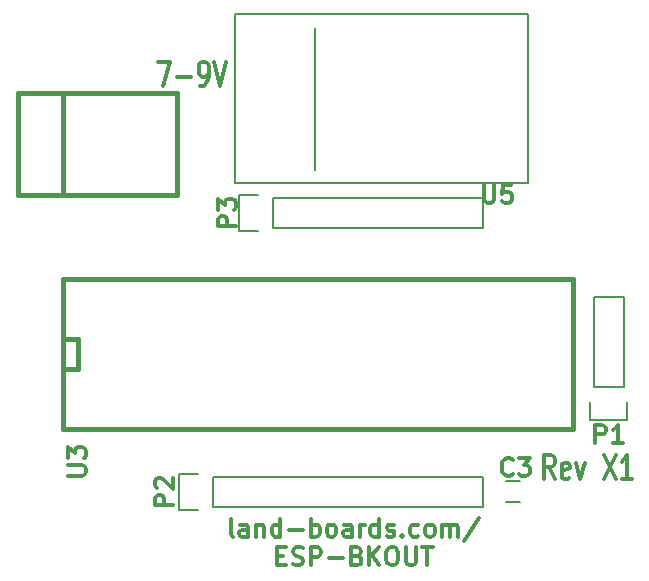
<source format=gto>
G04 #@! TF.FileFunction,Legend,Top*
%FSLAX46Y46*%
G04 Gerber Fmt 4.6, Leading zero omitted, Abs format (unit mm)*
G04 Created by KiCad (PCBNEW (after 2015-mar-04 BZR unknown)-product) date 7/19/2015 3:27:23 PM*
%MOMM*%
G01*
G04 APERTURE LIST*
%ADD10C,0.150000*%
%ADD11C,0.304800*%
%ADD12C,0.381000*%
G04 APERTURE END LIST*
D10*
D11*
X18251714Y-15397238D02*
X19267714Y-15397238D01*
X18614571Y-17429238D01*
X19848286Y-16655143D02*
X21009429Y-16655143D01*
X21807715Y-17429238D02*
X22098000Y-17429238D01*
X22243143Y-17332476D01*
X22315715Y-17235714D01*
X22460857Y-16945429D01*
X22533429Y-16558381D01*
X22533429Y-15784286D01*
X22460857Y-15590762D01*
X22388286Y-15494000D01*
X22243143Y-15397238D01*
X21952857Y-15397238D01*
X21807715Y-15494000D01*
X21735143Y-15590762D01*
X21662572Y-15784286D01*
X21662572Y-16268095D01*
X21735143Y-16461619D01*
X21807715Y-16558381D01*
X21952857Y-16655143D01*
X22243143Y-16655143D01*
X22388286Y-16558381D01*
X22460857Y-16461619D01*
X22533429Y-16268095D01*
X22968858Y-15397238D02*
X23476858Y-17429238D01*
X23984858Y-15397238D01*
X51815999Y-50703238D02*
X51307999Y-49735619D01*
X50945142Y-50703238D02*
X50945142Y-48671238D01*
X51525714Y-48671238D01*
X51670856Y-48768000D01*
X51743428Y-48864762D01*
X51815999Y-49058286D01*
X51815999Y-49348571D01*
X51743428Y-49542095D01*
X51670856Y-49638857D01*
X51525714Y-49735619D01*
X50945142Y-49735619D01*
X53049714Y-50606476D02*
X52904571Y-50703238D01*
X52614285Y-50703238D01*
X52469142Y-50606476D01*
X52396571Y-50412952D01*
X52396571Y-49638857D01*
X52469142Y-49445333D01*
X52614285Y-49348571D01*
X52904571Y-49348571D01*
X53049714Y-49445333D01*
X53122285Y-49638857D01*
X53122285Y-49832381D01*
X52396571Y-50025905D01*
X53630285Y-49348571D02*
X53993142Y-50703238D01*
X54356000Y-49348571D01*
X55952571Y-48671238D02*
X56968571Y-50703238D01*
X56968571Y-48671238D02*
X55952571Y-50703238D01*
X58347429Y-50703238D02*
X57476572Y-50703238D01*
X57912000Y-50703238D02*
X57912000Y-48671238D01*
X57766857Y-48961524D01*
X57621715Y-49155048D01*
X57476572Y-49251810D01*
X24601715Y-55604229D02*
X24456573Y-55531657D01*
X24384001Y-55386514D01*
X24384001Y-54080229D01*
X25835430Y-55604229D02*
X25835430Y-54805943D01*
X25762859Y-54660800D01*
X25617716Y-54588229D01*
X25327430Y-54588229D01*
X25182287Y-54660800D01*
X25835430Y-55531657D02*
X25690287Y-55604229D01*
X25327430Y-55604229D01*
X25182287Y-55531657D01*
X25109716Y-55386514D01*
X25109716Y-55241371D01*
X25182287Y-55096229D01*
X25327430Y-55023657D01*
X25690287Y-55023657D01*
X25835430Y-54951086D01*
X26561144Y-54588229D02*
X26561144Y-55604229D01*
X26561144Y-54733371D02*
X26633716Y-54660800D01*
X26778858Y-54588229D01*
X26996573Y-54588229D01*
X27141716Y-54660800D01*
X27214287Y-54805943D01*
X27214287Y-55604229D01*
X28593144Y-55604229D02*
X28593144Y-54080229D01*
X28593144Y-55531657D02*
X28448001Y-55604229D01*
X28157715Y-55604229D01*
X28012573Y-55531657D01*
X27940001Y-55459086D01*
X27867430Y-55313943D01*
X27867430Y-54878514D01*
X27940001Y-54733371D01*
X28012573Y-54660800D01*
X28157715Y-54588229D01*
X28448001Y-54588229D01*
X28593144Y-54660800D01*
X29318858Y-55023657D02*
X30480001Y-55023657D01*
X31205715Y-55604229D02*
X31205715Y-54080229D01*
X31205715Y-54660800D02*
X31350858Y-54588229D01*
X31641144Y-54588229D01*
X31786287Y-54660800D01*
X31858858Y-54733371D01*
X31931429Y-54878514D01*
X31931429Y-55313943D01*
X31858858Y-55459086D01*
X31786287Y-55531657D01*
X31641144Y-55604229D01*
X31350858Y-55604229D01*
X31205715Y-55531657D01*
X32802286Y-55604229D02*
X32657144Y-55531657D01*
X32584572Y-55459086D01*
X32512001Y-55313943D01*
X32512001Y-54878514D01*
X32584572Y-54733371D01*
X32657144Y-54660800D01*
X32802286Y-54588229D01*
X33020001Y-54588229D01*
X33165144Y-54660800D01*
X33237715Y-54733371D01*
X33310286Y-54878514D01*
X33310286Y-55313943D01*
X33237715Y-55459086D01*
X33165144Y-55531657D01*
X33020001Y-55604229D01*
X32802286Y-55604229D01*
X34616572Y-55604229D02*
X34616572Y-54805943D01*
X34544001Y-54660800D01*
X34398858Y-54588229D01*
X34108572Y-54588229D01*
X33963429Y-54660800D01*
X34616572Y-55531657D02*
X34471429Y-55604229D01*
X34108572Y-55604229D01*
X33963429Y-55531657D01*
X33890858Y-55386514D01*
X33890858Y-55241371D01*
X33963429Y-55096229D01*
X34108572Y-55023657D01*
X34471429Y-55023657D01*
X34616572Y-54951086D01*
X35342286Y-55604229D02*
X35342286Y-54588229D01*
X35342286Y-54878514D02*
X35414858Y-54733371D01*
X35487429Y-54660800D01*
X35632572Y-54588229D01*
X35777715Y-54588229D01*
X36938858Y-55604229D02*
X36938858Y-54080229D01*
X36938858Y-55531657D02*
X36793715Y-55604229D01*
X36503429Y-55604229D01*
X36358287Y-55531657D01*
X36285715Y-55459086D01*
X36213144Y-55313943D01*
X36213144Y-54878514D01*
X36285715Y-54733371D01*
X36358287Y-54660800D01*
X36503429Y-54588229D01*
X36793715Y-54588229D01*
X36938858Y-54660800D01*
X37592001Y-55531657D02*
X37737144Y-55604229D01*
X38027429Y-55604229D01*
X38172572Y-55531657D01*
X38245144Y-55386514D01*
X38245144Y-55313943D01*
X38172572Y-55168800D01*
X38027429Y-55096229D01*
X37809715Y-55096229D01*
X37664572Y-55023657D01*
X37592001Y-54878514D01*
X37592001Y-54805943D01*
X37664572Y-54660800D01*
X37809715Y-54588229D01*
X38027429Y-54588229D01*
X38172572Y-54660800D01*
X38898286Y-55459086D02*
X38970858Y-55531657D01*
X38898286Y-55604229D01*
X38825715Y-55531657D01*
X38898286Y-55459086D01*
X38898286Y-55604229D01*
X40277143Y-55531657D02*
X40132000Y-55604229D01*
X39841714Y-55604229D01*
X39696572Y-55531657D01*
X39624000Y-55459086D01*
X39551429Y-55313943D01*
X39551429Y-54878514D01*
X39624000Y-54733371D01*
X39696572Y-54660800D01*
X39841714Y-54588229D01*
X40132000Y-54588229D01*
X40277143Y-54660800D01*
X41148000Y-55604229D02*
X41002858Y-55531657D01*
X40930286Y-55459086D01*
X40857715Y-55313943D01*
X40857715Y-54878514D01*
X40930286Y-54733371D01*
X41002858Y-54660800D01*
X41148000Y-54588229D01*
X41365715Y-54588229D01*
X41510858Y-54660800D01*
X41583429Y-54733371D01*
X41656000Y-54878514D01*
X41656000Y-55313943D01*
X41583429Y-55459086D01*
X41510858Y-55531657D01*
X41365715Y-55604229D01*
X41148000Y-55604229D01*
X42309143Y-55604229D02*
X42309143Y-54588229D01*
X42309143Y-54733371D02*
X42381715Y-54660800D01*
X42526857Y-54588229D01*
X42744572Y-54588229D01*
X42889715Y-54660800D01*
X42962286Y-54805943D01*
X42962286Y-55604229D01*
X42962286Y-54805943D02*
X43034857Y-54660800D01*
X43180000Y-54588229D01*
X43397715Y-54588229D01*
X43542857Y-54660800D01*
X43615429Y-54805943D01*
X43615429Y-55604229D01*
X45429715Y-54007657D02*
X44123429Y-55967086D01*
X28339143Y-57244343D02*
X28847143Y-57244343D01*
X29064857Y-58042629D02*
X28339143Y-58042629D01*
X28339143Y-56518629D01*
X29064857Y-56518629D01*
X29645429Y-57970057D02*
X29863143Y-58042629D01*
X30226000Y-58042629D01*
X30371143Y-57970057D01*
X30443714Y-57897486D01*
X30516286Y-57752343D01*
X30516286Y-57607200D01*
X30443714Y-57462057D01*
X30371143Y-57389486D01*
X30226000Y-57316914D01*
X29935714Y-57244343D01*
X29790572Y-57171771D01*
X29718000Y-57099200D01*
X29645429Y-56954057D01*
X29645429Y-56808914D01*
X29718000Y-56663771D01*
X29790572Y-56591200D01*
X29935714Y-56518629D01*
X30298572Y-56518629D01*
X30516286Y-56591200D01*
X31169429Y-58042629D02*
X31169429Y-56518629D01*
X31750001Y-56518629D01*
X31895143Y-56591200D01*
X31967715Y-56663771D01*
X32040286Y-56808914D01*
X32040286Y-57026629D01*
X31967715Y-57171771D01*
X31895143Y-57244343D01*
X31750001Y-57316914D01*
X31169429Y-57316914D01*
X32693429Y-57462057D02*
X33854572Y-57462057D01*
X35088286Y-57244343D02*
X35306000Y-57316914D01*
X35378572Y-57389486D01*
X35451143Y-57534629D01*
X35451143Y-57752343D01*
X35378572Y-57897486D01*
X35306000Y-57970057D01*
X35160858Y-58042629D01*
X34580286Y-58042629D01*
X34580286Y-56518629D01*
X35088286Y-56518629D01*
X35233429Y-56591200D01*
X35306000Y-56663771D01*
X35378572Y-56808914D01*
X35378572Y-56954057D01*
X35306000Y-57099200D01*
X35233429Y-57171771D01*
X35088286Y-57244343D01*
X34580286Y-57244343D01*
X36104286Y-58042629D02*
X36104286Y-56518629D01*
X36975143Y-58042629D02*
X36322000Y-57171771D01*
X36975143Y-56518629D02*
X36104286Y-57389486D01*
X37918572Y-56518629D02*
X38208858Y-56518629D01*
X38354000Y-56591200D01*
X38499143Y-56736343D01*
X38571715Y-57026629D01*
X38571715Y-57534629D01*
X38499143Y-57824914D01*
X38354000Y-57970057D01*
X38208858Y-58042629D01*
X37918572Y-58042629D01*
X37773429Y-57970057D01*
X37628286Y-57824914D01*
X37555715Y-57534629D01*
X37555715Y-57026629D01*
X37628286Y-56736343D01*
X37773429Y-56591200D01*
X37918572Y-56518629D01*
X39224857Y-56518629D02*
X39224857Y-57752343D01*
X39297429Y-57897486D01*
X39370000Y-57970057D01*
X39515143Y-58042629D01*
X39805429Y-58042629D01*
X39950571Y-57970057D01*
X40023143Y-57897486D01*
X40095714Y-57752343D01*
X40095714Y-56518629D01*
X40603714Y-56518629D02*
X41474571Y-56518629D01*
X41039142Y-58042629D02*
X41039142Y-56518629D01*
D10*
X47660000Y-50941000D02*
X48860000Y-50941000D01*
X48860000Y-52691000D02*
X47660000Y-52691000D01*
X57658000Y-42926000D02*
X57658000Y-35306000D01*
X55118000Y-42926000D02*
X55118000Y-35306000D01*
X54838000Y-45746000D02*
X54838000Y-44196000D01*
X57658000Y-35306000D02*
X55118000Y-35306000D01*
X55118000Y-42926000D02*
X57658000Y-42926000D01*
X57938000Y-44196000D02*
X57938000Y-45746000D01*
X57938000Y-45746000D02*
X54838000Y-45746000D01*
D12*
X10160000Y-33782000D02*
X53340000Y-33782000D01*
X53340000Y-33782000D02*
X53340000Y-46482000D01*
X53340000Y-46482000D02*
X10160000Y-46482000D01*
X10160000Y-46482000D02*
X10160000Y-33782000D01*
X10160000Y-41402000D02*
X11430000Y-41402000D01*
X11430000Y-41402000D02*
X11430000Y-38862000D01*
X11430000Y-38862000D02*
X10160000Y-38862000D01*
X7112000Y-18034000D02*
X6350000Y-18034000D01*
X6350000Y-18034000D02*
X6350000Y-26670000D01*
X6350000Y-26670000D02*
X7112000Y-26670000D01*
X10160000Y-18034000D02*
X10160000Y-26670000D01*
X19812000Y-18034000D02*
X19812000Y-26670000D01*
X7112000Y-26670000D02*
X19812000Y-26670000D01*
X7112000Y-18034000D02*
X19812000Y-18034000D01*
D10*
X31530000Y-24542000D02*
X31530000Y-12542000D01*
X49530000Y-25692000D02*
X24730000Y-25692000D01*
X24730000Y-25692000D02*
X24730000Y-11392000D01*
X24730000Y-11392000D02*
X49530000Y-11392000D01*
X49530000Y-11392000D02*
X49530000Y-25692000D01*
X22860000Y-50546000D02*
X45720000Y-50546000D01*
X45720000Y-50546000D02*
X45720000Y-53086000D01*
X45720000Y-53086000D02*
X22860000Y-53086000D01*
X20040000Y-50266000D02*
X21590000Y-50266000D01*
X22860000Y-50546000D02*
X22860000Y-53086000D01*
X21590000Y-53366000D02*
X20040000Y-53366000D01*
X20040000Y-53366000D02*
X20040000Y-50266000D01*
X27940000Y-26924000D02*
X45720000Y-26924000D01*
X45720000Y-26924000D02*
X45720000Y-29464000D01*
X45720000Y-29464000D02*
X27940000Y-29464000D01*
X25120000Y-26644000D02*
X26670000Y-26644000D01*
X27940000Y-26924000D02*
X27940000Y-29464000D01*
X26670000Y-29744000D02*
X25120000Y-29744000D01*
X25120000Y-29744000D02*
X25120000Y-26644000D01*
D11*
X48260000Y-50328286D02*
X48187429Y-50400857D01*
X47969715Y-50473429D01*
X47824572Y-50473429D01*
X47606857Y-50400857D01*
X47461715Y-50255714D01*
X47389143Y-50110571D01*
X47316572Y-49820286D01*
X47316572Y-49602571D01*
X47389143Y-49312286D01*
X47461715Y-49167143D01*
X47606857Y-49022000D01*
X47824572Y-48949429D01*
X47969715Y-48949429D01*
X48187429Y-49022000D01*
X48260000Y-49094571D01*
X48768000Y-48949429D02*
X49711429Y-48949429D01*
X49203429Y-49530000D01*
X49421143Y-49530000D01*
X49566286Y-49602571D01*
X49638857Y-49675143D01*
X49711429Y-49820286D01*
X49711429Y-50183143D01*
X49638857Y-50328286D01*
X49566286Y-50400857D01*
X49421143Y-50473429D01*
X48985715Y-50473429D01*
X48840572Y-50400857D01*
X48768000Y-50328286D01*
X55263143Y-47679429D02*
X55263143Y-46155429D01*
X55843715Y-46155429D01*
X55988857Y-46228000D01*
X56061429Y-46300571D01*
X56134000Y-46445714D01*
X56134000Y-46663429D01*
X56061429Y-46808571D01*
X55988857Y-46881143D01*
X55843715Y-46953714D01*
X55263143Y-46953714D01*
X57585429Y-47679429D02*
X56714572Y-47679429D01*
X57150000Y-47679429D02*
X57150000Y-46155429D01*
X57004857Y-46373143D01*
X56859715Y-46518286D01*
X56714572Y-46590857D01*
X10595429Y-50437143D02*
X11829143Y-50437143D01*
X11974286Y-50364571D01*
X12046857Y-50292000D01*
X12119429Y-50146857D01*
X12119429Y-49856571D01*
X12046857Y-49711429D01*
X11974286Y-49638857D01*
X11829143Y-49566286D01*
X10595429Y-49566286D01*
X10595429Y-48985715D02*
X10595429Y-48042286D01*
X11176000Y-48550286D01*
X11176000Y-48332572D01*
X11248571Y-48187429D01*
X11321143Y-48114858D01*
X11466286Y-48042286D01*
X11829143Y-48042286D01*
X11974286Y-48114858D01*
X12046857Y-48187429D01*
X12119429Y-48332572D01*
X12119429Y-48768000D01*
X12046857Y-48913143D01*
X11974286Y-48985715D01*
X45828857Y-25835429D02*
X45828857Y-27069143D01*
X45901429Y-27214286D01*
X45974000Y-27286857D01*
X46119143Y-27359429D01*
X46409429Y-27359429D01*
X46554571Y-27286857D01*
X46627143Y-27214286D01*
X46699714Y-27069143D01*
X46699714Y-25835429D01*
X48151142Y-25835429D02*
X47425428Y-25835429D01*
X47352857Y-26561143D01*
X47425428Y-26488571D01*
X47570571Y-26416000D01*
X47933428Y-26416000D01*
X48078571Y-26488571D01*
X48151142Y-26561143D01*
X48223714Y-26706286D01*
X48223714Y-27069143D01*
X48151142Y-27214286D01*
X48078571Y-27286857D01*
X47933428Y-27359429D01*
X47570571Y-27359429D01*
X47425428Y-27286857D01*
X47352857Y-27214286D01*
X19485429Y-52940857D02*
X17961429Y-52940857D01*
X17961429Y-52360285D01*
X18034000Y-52215143D01*
X18106571Y-52142571D01*
X18251714Y-52070000D01*
X18469429Y-52070000D01*
X18614571Y-52142571D01*
X18687143Y-52215143D01*
X18759714Y-52360285D01*
X18759714Y-52940857D01*
X18106571Y-51489428D02*
X18034000Y-51416857D01*
X17961429Y-51271714D01*
X17961429Y-50908857D01*
X18034000Y-50763714D01*
X18106571Y-50691143D01*
X18251714Y-50618571D01*
X18396857Y-50618571D01*
X18614571Y-50691143D01*
X19485429Y-51562000D01*
X19485429Y-50618571D01*
X24819429Y-29318857D02*
X23295429Y-29318857D01*
X23295429Y-28738285D01*
X23368000Y-28593143D01*
X23440571Y-28520571D01*
X23585714Y-28448000D01*
X23803429Y-28448000D01*
X23948571Y-28520571D01*
X24021143Y-28593143D01*
X24093714Y-28738285D01*
X24093714Y-29318857D01*
X23295429Y-27940000D02*
X23295429Y-26996571D01*
X23876000Y-27504571D01*
X23876000Y-27286857D01*
X23948571Y-27141714D01*
X24021143Y-27069143D01*
X24166286Y-26996571D01*
X24529143Y-26996571D01*
X24674286Y-27069143D01*
X24746857Y-27141714D01*
X24819429Y-27286857D01*
X24819429Y-27722285D01*
X24746857Y-27867428D01*
X24674286Y-27940000D01*
M02*

</source>
